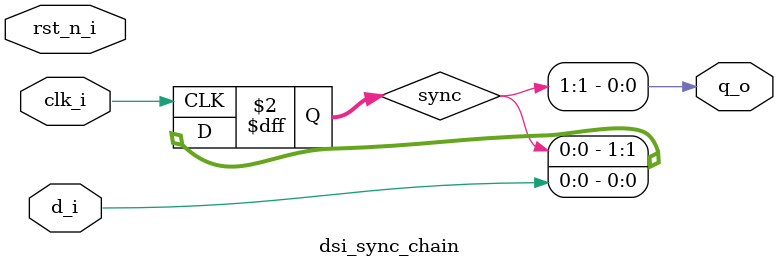
<source format=v>
module dsi_sync_chain
  #( parameter length = 2)
   (
    input  clk_i,
    input  rst_n_i,
    input  d_i,
    output q_o );
   reg [length-1:0] sync;
   always@(posedge clk_i)
     begin
        sync[0] <= d_i;
        sync[length-1:1] <= sync[length-2:0];
     end
   assign q_o = sync[length-1];
endmodule
</source>
